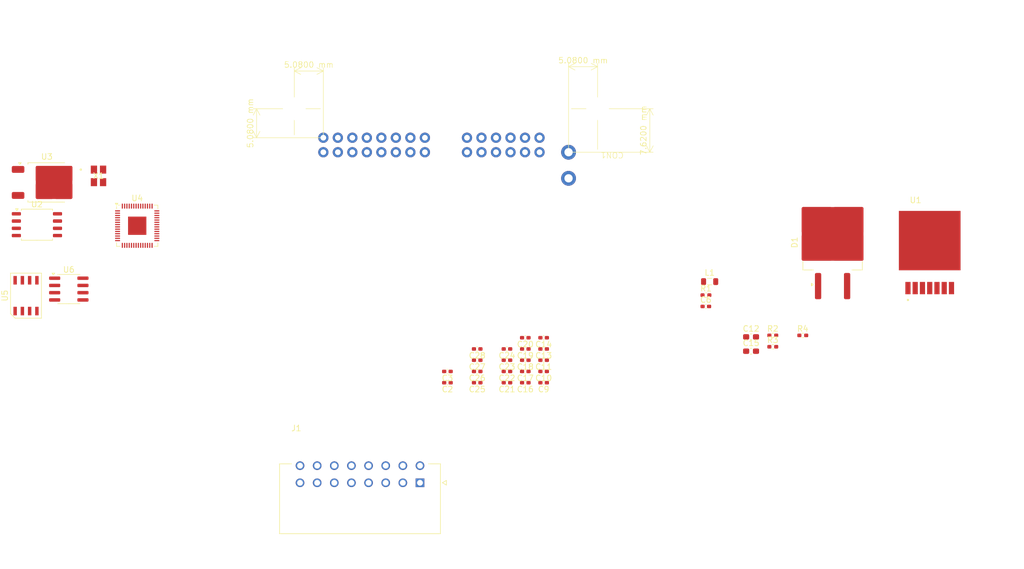
<source format=kicad_pcb>
(kicad_pcb (version 20240108) (generator "pcbnew") (generator_version "8.0")
  (layers (0 "F.Cu" signal) (31 "B.Cu" signal) (34 "B.Paste" user) (35 "F.Paste" user) (36 "B.SilkS" user "B.Silkscreen") (37 "F.SilkS" user "F.Silkscreen") (38 "B.Mask" user) (39 "F.Mask" user) (44 "Edge.Cuts" user))
  (net 0 "")
  (net 1 "SWD")
  (net 2 "DBG_UART_RX")
  (net 3 "SWCLK")
  (net 4 "DBG_UART_TX")
  (net 5 "GND")
  (net 6 "QSPI_SS")
  (net 7 "+3V3")
  (net 8 "XOUT")
  (net 9 "QSPI_SD3")
  (net 10 "+1V1")
  (net 11 "XIN")
  (net 12 "QSPI_SD1")
  (net 13 "QSPI_SD2")
  (net 14 "QSPI_SD0")
  (net 15 "QSPI_SCLK")
  (net 16 "+BATT")
  (net 17 "LIN")
  (net 18 "LIN_TXD")
  (net 19 "LIN_RXD")
  (net 20 "LIN_EN")
  (net 21 "REG_5V_FDBK")
  (net 55 "CAN_SILENT")
  (net 56 "GMLAN")
  (net 57 "CAN_TXD")
  (net 58 "CAN_RXD")
  (net 59 "Net-(C16-Pad1)")
  (net 60 "Net-(U1-SS)")
  (net 61 "REG_5V_BOOST")
  (net 62 "REG_5V_OUT")
  (net 63 "SW_INPUT")
  (net 64 "SPKR_FR-")
  (net 65 "SPKR_RL-")
  (net 66 "SPKR_RR-")
  (net 67 "SW_V_OUT")
  (net 68 "SPKR_RR+")
  (net 69 "SPKR_FR+")
  (net 70 "SPKR_FL+")
  (net 71 "SPKR_RL+")
  (net 72 "SPKR_FL-")
  (net 81 "Net-(U1-CURRENT_ADJUST)")
  (footprint "Resistor_SMD:R_0402_1005Metric_Pad0.72x0.64mm_HandSolder" (layer "F.Cu") (at 218.755 100.71)
    (property "Reference" "R2" (at 0 -1.17 0) (layer "F.SilkS"))
    (property "Value" "R")
    (fp_line (start -0.167621 -0.38) (end 0.167621 -0.38) (stroke (width 0.12)) (layer "F.SilkS"))
    (fp_line (start -0.167621 0.38) (end 0.167621 0.38) (stroke (width 0.12)) (layer "F.SilkS"))
    (pad "1" smd roundrect (at -0.5975 0) (size 0.715 0.64) (layers "F.Cu" "F.Paste" "F.Mask") (net 7 "+3V3"))
    (pad "2" smd roundrect (at 0.5975 0) (size 0.715 0.64) (layers "F.Cu" "F.Paste" "F.Mask") (net 6 "QSPI_SS"))
  )
  (footprint "Capacitor_SMD:C_0603_1608Metric_Pad1.08x0.95mm_HandSolder" (layer "F.Cu") (at 214.955 100.97)
    (property "Reference" "C12" (at 0 -1.43 0) (layer "F.SilkS"))
    (property "Value" "10u")
    (fp_line (start -0.146267 -0.51) (end 0.146267 -0.51) (stroke (width 0.12)) (layer "F.SilkS"))
    (fp_line (start -0.146267 0.51) (end 0.146267 0.51) (stroke (width 0.12)) (layer "F.SilkS"))
    (pad "1" smd roundrect (at -0.8625 0) (size 1.075 0.95) (layers "F.Cu" "F.Paste" "F.Mask") (net 21 "REG_5V_FDBK"))
    (pad "2" smd roundrect (at 0.8625 0) (size 1.075 0.95) (layers "F.Cu" "F.Paste" "F.Mask") (net 5 "GND"))
  )
  (footprint "JBennett:MOLEX_430451600" (layer "F.Cu") (at 157 126.53575)
    (property "Reference" "J1" (at -21.645 -9.555 360) (layer "F.SilkS"))
    (property "Value" "430451600")
    (fp_line (start -24.575 -3.32) (end -24.575 8.92) (stroke (width 0.127)) (layer "F.SilkS"))
    (fp_line (start -24.575 8.92) (end 3.575 8.92) (stroke (width 0.127)) (layer "F.SilkS"))
    (fp_line (start -22.5 -3.32) (end -24.575 -3.32) (stroke (width 0.127)) (layer "F.SilkS"))
    (fp_line (start 3.575 -3.32) (end 1.5 -3.32) (stroke (width 0.127)) (layer "F.SilkS"))
    (fp_line (start 3.575 8.92) (end 3.575 -3.32) (stroke (width 0.127)) (layer "F.SilkS"))
    (fp_line (start 3.92 -0.01) (end 4.62 0.39) (stroke (width 0.127)) (layer "F.SilkS"))
    (fp_line (start 4.62 -0.41) (end 3.92 -0.01) (stroke (width 0.127)) (layer "F.SilkS"))
    (fp_line (start 4.62 0.39) (end 4.62 -0.41) (stroke (width 0.127)) (layer "F.SilkS"))
    (pad "" np_thru_hole circle (at -18.85 4.32) (size 3 3) (drill 3) (layers "*.Cu" "*.Mask"))
    (pad "" np_thru_hole circle (at -2.15 4.32) (size 3 3) (drill 3) (layers "*.Cu" "*.Mask"))
    (pad "1" thru_hole rect (at 0 0) (size 1.52 1.52) (drill 1.02) (layers "*.Cu"))
    (pad "2" thru_hole circle (at -3 0) (size 1.52 1.52) (drill 1.02) (layers "*.Cu"))
    (pad "3" thru_hole circle (at -6 0) (size 1.52 1.52) (drill 1.02) (layers "*.Cu"))
    (pad "4" thru_hole circle (at -9 0) (size 1.52 1.52) (drill 1.02) (layers "*.Cu"))
    (pad "5" thru_hole circle (at -12 0) (size 1.52 1.52) (drill 1.02) (layers "*.Cu"))
    (pad "6" thru_hole circle (at -15 0) (size 1.52 1.52) (drill 1.02) (layers "*.Cu"))
    (pad "7" thru_hole circle (at -18 0) (size 1.52 1.52) (drill 1.02) (layers "*.Cu"))
    (pad "8" thru_hole circle (at -21 0) (size 1.52 1.52) (drill 1.02) (layers "*.Cu"))
    (pad "9" thru_hole circle (at 0 -3) (size 1.52 1.52) (drill 1.02) (layers "*.Cu") (net 64 "SPKR_FR-"))
    (pad "10" thru_hole circle (at -3 -3) (size 1.52 1.52) (drill 1.02) (layers "*.Cu") (net 69 "SPKR_FR+"))
    (pad "11" thru_hole circle (at -6 -3) (size 1.52 1.52) (drill 1.02) (layers "*.Cu") (net 72 "SPKR_FL-"))
    (pad "12" thru_hole circle (at -9 -3) (size 1.52 1.52) (drill 1.02) (layers "*.Cu") (net 70 "SPKR_FL+"))
    (pad "13" thru_hole circle (at -12 -3) (size 1.52 1.52) (drill 1.02) (layers "*.Cu") (net 65 "SPKR_RL-"))
    (pad "14" thru_hole circle (at -15 -3) (size 1.52 1.52) (drill 1.02) (layers "*.Cu") (net 71 "SPKR_RL+"))
    (pad "15" thru_hole circle (at -18 -3) (size 1.52 1.52) (drill 1.02) (layers "*.Cu") (net 66 "SPKR_RR-"))
    (pad "16" thru_hole circle (at -21 -3) (size 1.52 1.52) (drill 1.02) (layers "*.Cu") (net 68 "SPKR_RR+"))
  )
  (footprint "Package_TO_SOT_SMD:TO-252-2" (layer "F.Cu") (at 91.685 73.91)
    (property "Reference" "U3" (at 0 -4.5 0) (layer "F.SilkS"))
    (property "Value" "NCP1117-3.3_TO252")
    (fp_line (start -3.31 -3.45) (end -3.31 -3.18) (stroke (width 0.12)) (layer "F.SilkS"))
    (fp_line (start -3.31 3.45) (end -3.31 3.18) (stroke (width 0.12)) (layer "F.SilkS"))
    (fp_line (start 3.11 -3.45) (end -3.31 -3.45) (stroke (width 0.12)) (layer "F.SilkS"))
    (fp_line (start 3.11 3.45) (end -3.31 3.45) (stroke (width 0.12)) (layer "F.SilkS"))
    (fp_poly (pts (xy -4.73 -3.14) (xy -4.97 -3.47) (xy -4.49 -3.47) (xy -4.73 -3.14)) (stroke (width 0.12)) (fill solid) (layer "F.SilkS"))
    (pad "1" smd roundrect (at -5.04 -2.28) (size 2.2 1.2) (layers "F.Cu" "F.Paste" "F.Mask") (roundrect_rratio 0.208333) (net 5 "GND"))
    (pad "2" smd roundrect (at -0.415 -1.525) (size 3.05 2.75) (layers "F.Cu" "F.Paste") (roundrect_rratio 0.090909) (net 7 "+3V3"))
    (pad "2" smd roundrect (at -0.415 1.525) (size 3.05 2.75) (layers "F.Cu" "F.Paste") (roundrect_rratio 0.090909) (net 7 "+3V3"))
    (pad "2" smd roundrect (at 1.26 0) (size 6.4 5.8) (layers "F.Cu" "F.Mask") (roundrect_rratio 0.043103) (net 7 "+3V3"))
    (pad "2" smd roundrect (at 2.935 -1.525) (size 3.05 2.75) (layers "F.Cu" "F.Paste") (roundrect_rratio 0.090909) (net 7 "+3V3"))
    (pad "2" smd roundrect (at 2.935 1.525) (size 3.05 2.75) (layers "F.Cu" "F.Paste") (roundrect_rratio 0.090909) (net 7 "+3V3"))
    (pad "3" smd roundrect (at -5.04 2.28) (size 2.2 1.2) (layers "F.Cu" "F.Paste" "F.Mask") (roundrect_rratio 0.208333) (net 21 "REG_5V_FDBK"))
  )
  (footprint "Capacitor_SMD:C_0402_1005Metric_Pad0.74x0.62mm_HandSolder" (layer "F.Cu") (at 175.4325 105.06 180)
    (property "Reference" "C18" (at 0 -1.16 360) (layer "F.SilkS"))
    (property "Value" "100n")
    (fp_line (start -0.115835 0.36) (end 0.115835 0.36) (stroke (width 0.12)) (layer "F.SilkS"))
    (fp_line (start -0.115835 -0.36) (end 0.115835 -0.36) (stroke (width 0.12)) (layer "F.SilkS"))
    (pad "1" smd roundrect (at -0.5675 0 180) (size 0.735 0.62) (layers "F.Cu" "F.Paste" "F.Mask") (net 7 "+3V3"))
    (pad "2" smd roundrect (at 0.5675 0 180) (size 0.735 0.62) (layers "F.Cu" "F.Paste" "F.Mask") (net 5 "GND"))
  )
  (footprint "Capacitor_SMD:C_0402_1005Metric_Pad0.74x0.62mm_HandSolder" (layer "F.Cu") (at 175.4325 109 180)
    (property "Reference" "C16" (at 0 -1.16 360) (layer "F.SilkS"))
    (property "Value" "15p")
    (fp_line (start -0.115835 0.36) (end 0.115835 0.36) (stroke (width 0.12)) (layer "F.SilkS"))
    (fp_line (start -0.115835 -0.36) (end 0.115835 -0.36) (stroke (width 0.12)) (layer "F.SilkS"))
    (pad "1" smd roundrect (at -0.5675 0 180) (size 0.735 0.62) (layers "F.Cu" "F.Paste" "F.Mask") (net 59 "Net-(C16-Pad1)"))
    (pad "2" smd roundrect (at 0.5675 0 180) (size 0.735 0.62) (layers "F.Cu" "F.Paste" "F.Mask") (net 5 "GND"))
  )
  (footprint "Local:ABM8-272-T3_ABR" (layer "F.Cu") (at 100.7248 72.7642)
    (property "Reference" "X1" (at 0 0 0) (layer "F.SilkS"))
    (property "Value" "ABM8-272-T3")
    (fp_circle (center -3.1016 -1.1) (end -2.9746 -1.1) (stroke (width 0.1524)) (fill none) (layer "F.SilkS"))
    (pad "1" smd rect (at -0.800001 -1.1) (size 1.1 1.4) (layers "F.Cu" "F.Paste" "F.Mask") (net 11 "XIN"))
    (pad "2" smd rect (at -0.800001 1.1) (size 1.1 1.4) (layers "F.Cu" "F.Paste" "F.Mask") (net 5 "GND"))
    (pad "3" smd rect (at 0.800001 1.1) (size 1.1 1.4) (layers "F.Cu" "F.Paste" "F.Mask") (net 59 "Net-(C16-Pad1)"))
    (pad "4" smd rect (at 0.800001 -1.1) (size 1.1 1.4) (layers "F.Cu" "F.Paste" "F.Mask") (net 5 "GND"))
  )
  (footprint "Capacitor_SMD:C_0402_1005Metric_Pad0.74x0.62mm_HandSolder" (layer "F.Cu") (at 161.8025 109 180)
    (property "Reference" "C2" (at 0 -1.16 360) (layer "F.SilkS"))
    (property "Value" "1n")
    (fp_line (start -0.115835 0.36) (end 0.115835 0.36) (stroke (width 0.12)) (layer "F.SilkS"))
    (fp_line (start -0.115835 -0.36) (end 0.115835 -0.36) (stroke (width 0.12)) (layer "F.SilkS"))
    (pad "1" smd roundrect (at -0.5675 0 180) (size 0.735 0.62) (layers "F.Cu" "F.Paste" "F.Mask") (net 60 "Net-(U1-SS)"))
    (pad "2" smd roundrect (at 0.5675 0 180) (size 0.735 0.62) (layers "F.Cu" "F.Paste" "F.Mask") (net 5 "GND"))
  )
  (footprint "Capacitor_SMD:C_0402_1005Metric_Pad0.74x0.62mm_HandSolder" (layer "F.Cu") (at 167.0125 103.09 180)
    (property "Reference" "C28" (at 0 -1.16 360) (layer "F.SilkS"))
    (property "Value" "1u")
    (fp_line (start -0.115835 0.36) (end 0.115835 0.36) (stroke (width 0.12)) (layer "F.SilkS"))
    (fp_line (start -0.115835 -0.36) (end 0.115835 -0.36) (stroke (width 0.12)) (layer "F.SilkS"))
    (pad "1" smd roundrect (at -0.5675 0 180) (size 0.735 0.62) (layers "F.Cu" "F.Paste" "F.Mask") (net 7 "+3V3"))
    (pad "2" smd roundrect (at 0.5675 0 180) (size 0.735 0.62) (layers "F.Cu" "F.Paste" "F.Mask") (net 5 "GND"))
  )
  (footprint "Capacitor_SMD:C_0603_1608Metric_Pad1.08x0.95mm_HandSolder" (layer "F.Cu") (at 214.955 103.48)
    (property "Reference" "C15" (at 0 -1.43 0) (layer "F.SilkS"))
    (property "Value" "10u")
    (fp_line (start -0.146267 -0.51) (end 0.146267 -0.51) (stroke (width 0.12)) (layer "F.SilkS"))
    (fp_line (start -0.146267 0.51) (end 0.146267 0.51) (stroke (width 0.12)) (layer "F.SilkS"))
    (pad "1" smd roundrect (at -0.8625 0) (size 1.075 0.95) (layers "F.Cu" "F.Paste" "F.Mask") (net 7 "+3V3"))
    (pad "2" smd roundrect (at 0.8625 0) (size 1.075 0.95) (layers "F.Cu" "F.Paste" "F.Mask") (net 5 "GND"))
  )
  (footprint "Capacitor_SMD:C_0402_1005Metric_Pad0.74x0.62mm_HandSolder" (layer "F.Cu") (at 172.2225 107.03 180)
    (property "Reference" "C22" (at 0 -1.16 360) (layer "F.SilkS"))
    (property "Value" "100n")
    (fp_line (start -0.115835 0.36) (end 0.115835 0.36) (stroke (width 0.12)) (layer "F.SilkS"))
    (fp_line (start -0.115835 -0.36) (end 0.115835 -0.36) (stroke (width 0.12)) (layer "F.SilkS"))
    (pad "1" smd roundrect (at -0.5675 0 180) (size 0.735 0.62) (layers "F.Cu" "F.Paste" "F.Mask") (net 7 "+3V3"))
    (pad "2" smd roundrect (at 0.5675 0 180) (size 0.735 0.62) (layers "F.Cu" "F.Paste" "F.Mask") (net 5 "GND"))
  )
  (footprint "Capacitor_SMD:C_0402_1005Metric_Pad0.74x0.62mm_HandSolder" (layer "F.Cu") (at 172.2225 105.06 180)
    (property "Reference" "C23" (at 0 -1.16 360) (layer "F.SilkS"))
    (property "Value" "100n")
    (fp_line (start -0.115835 0.36) (end 0.115835 0.36) (stroke (width 0.12)) (layer "F.SilkS"))
    (fp_line (start -0.115835 -0.36) (end 0.115835 -0.36) (stroke (width 0.12)) (layer "F.SilkS"))
    (pad "1" smd roundrect (at -0.5675 0 180) (size 0.735 0.62) (layers "F.Cu" "F.Paste" "F.Mask") (net 7 "+3V3"))
    (pad "2" smd roundrect (at 0.5675 0 180) (size 0.735 0.62) (layers "F.Cu" "F.Paste" "F.Mask") (net 5 "GND"))
  )
  (footprint "Capacitor_SMD:C_0402_1005Metric_Pad0.74x0.62mm_HandSolder" (layer "F.Cu") (at 178.6425 109 180)
    (property "Reference" "C9" (at 0 -1.16 360) (layer "F.SilkS"))
    (property "Value" "100n")
    (fp_line (start -0.115835 0.36) (end 0.115835 0.36) (stroke (width 0.12)) (layer "F.SilkS"))
    (fp_line (start -0.115835 -0.36) (end 0.115835 -0.36) (stroke (width 0.12)) (layer "F.SilkS"))
    (pad "1" smd roundrect (at -0.5675 0 180) (size 0.735 0.62) (layers "F.Cu" "F.Paste" "F.Mask") (net 10 "+1V1"))
    (pad "2" smd roundrect (at 0.5675 0 180) (size 0.735 0.62) (layers "F.Cu" "F.Paste" "F.Mask") (net 5 "GND"))
  )
  (footprint "Package_DFN_QFN:QFN-56-1EP_7x7mm_P0.4mm_EP3.2x3.2mm" (layer "F.Cu") (at 107.5 81.5)
    (property "Reference" "U4" (at 0 -4.83 0) (layer "F.SilkS"))
    (property "Value" "RP2040")
    (fp_line (start -3.61 -2.96) (end -3.61 -3.37) (stroke (width 0.12)) (layer "F.SilkS"))
    (fp_line (start -3.61 3.61) (end -3.61 2.96) (stroke (width 0.12)) (layer "F.SilkS"))
    (fp_line (start -2.96 -3.61) (end -3.31 -3.61) (stroke (width 0.12)) (layer "F.SilkS"))
    (fp_line (start -2.96 3.61) (end -3.61 3.61) (stroke (width 0.12)) (layer "F.SilkS"))
    (fp_line (start 2.96 -3.61) (end 3.61 -3.61) (stroke (width 0.12)) (layer "F.SilkS"))
    (fp_line (start 2.96 3.61) (end 3.61 3.61) (stroke (width 0.12)) (layer "F.SilkS"))
    (fp_line (start 3.61 -3.61) (end 3.61 -2.96) (stroke (width 0.12)) (layer "F.SilkS"))
    (fp_line (start 3.61 3.61) (end 3.61 2.96) (stroke (width 0.12)) (layer "F.SilkS"))
    (fp_poly (pts (xy -3.61 -3.61) (xy -3.85 -3.94) (xy -3.37 -3.94) (xy -3.61 -3.61)) (stroke (width 0.12)) (fill solid) (layer "F.SilkS"))
    (pad "1" smd roundrect (at -3.4375 -2.6) (size 0.875 0.2) (layers "F.Cu" "F.Paste" "F.Mask") (net 7 "+3V3"))
    (pad "2" smd roundrect (at -3.4375 -2.2) (size 0.875 0.2) (layers "F.Cu" "F.Paste" "F.Mask") (net 4 "DBG_UART_TX"))
    (pad "3" smd roundrect (at -3.4375 -1.8) (size 0.875 0.2) (layers "F.Cu" "F.Paste" "F.Mask") (net 2 "DBG_UART_RX"))
    (pad "4" smd roundrect (at -3.4375 -1.4) (size 0.875 0.2) (layers "F.Cu" "F.Paste" "F.Mask"))
    (pad "5" smd roundrect (at -3.4375 -1) (size 0.875 0.2) (layers "F.Cu" "F.Paste" "F.Mask"))
    (pad "6" smd roundrect (at -3.4375 -0.6) (size 0.875 0.2) (layers "F.Cu" "F.Paste" "F.Mask"))
    (pad "7" smd roundrect (at -3.4375 -0.2) (size 0.875 0.2) (layers "F.Cu" "F.Paste" "F.Mask"))
    (pad "8" smd roundrect (at -3.4375 0.2) (size 0.875 0.2) (layers "F.Cu" "F.Paste" "F.Mask"))
    (pad "9" smd roundrect (at -3.4375 0.6) (size 0.875 0.2) (layers "F.Cu" "F.Paste" "F.Mask"))
    (pad "10" smd roundrect (at -3.4375 1) (size 0.875 0.2) (layers "F.Cu" "F.Paste" "F.Mask") (net 7 "+3V3"))
    (pad "11" smd roundrect (at -3.4375 1.4) (size 0.875 0.2) (layers "F.Cu" "F.Paste" "F.Mask"))
    (pad "12" smd roundrect (at -3.4375 1.8) (size 0.875 0.2) (layers "F.Cu" "F.Paste" "F.Mask"))
    (pad "13" smd roundrect (at -3.4375 2.2) (size 0.875 0.2) (layers "F.Cu" "F.Paste" "F.Mask"))
    (pad "14" smd roundrect (at -3.4375 2.6) (size 0.875 0.2) (layers "F.Cu" "F.Paste" "F.Mask"))
    (pad "15" smd roundrect (at -2.6 3.4375) (size 0.2 0.875) (layers "F.Cu" "F.Paste" "F.Mask"))
    (pad "16" smd roundrect (at -2.2 3.4375) (size 0.2 0.875) (layers "F.Cu" "F.Paste" "F.Mask"))
    (pad "17" smd roundrect (at -1.8 3.4375) (size 0.2 0.875) (layers "F.Cu" "F.Paste" "F.Mask"))
    (pad "18" smd roundrect (at -1.4 3.4375) (size 0.2 0.875) (layers "F.Cu" "F.Paste" "F.Mask"))
    (pad "19" smd roundrect (at -1 3.4375) (size 0.2 0.875) (layers "F.Cu" "F.Paste" "F.Mask") (net 5 "GND"))
    (pad "20" smd roundrect (at -0.6 3.4375) (size 0.2 0.875) (layers "F.Cu" "F.Paste" "F.Mask") (net 11 "XIN"))
    (pad "21" smd roundrect (at -0.2 3.4375) (size 0.2 0.875) (layers "F.Cu" "F.Paste" "F.Mask") (net 8 "XOUT"))
    (pad "22" smd roundrect (at 0.2 3.4375) (size 0.2 0.875) (layers "F.Cu" "F.Paste" "F.Mask") (net 7 "+3V3"))
    (pad "23" smd roundrect (at 0.6 3.4375) (size 0.2 0.875) (layers "F.Cu" "F.Paste" "F.Mask") (net 10 "+1V1"))
    (pad "24" smd roundrect (at 1 3.4375) (size 0.2 0.875) (layers "F.Cu" "F.Paste" "F.Mask") (net 3 "SWCLK"))
    (pad "25" smd roundrect (at 1.4 3.4375) (size 0.2 0.875) (layers "F.Cu" "F.Paste" "F.Mask") (net 1 "SWD"))
    (pad "26" smd roundrect (at 1.8 3.4375) (size 0.2 0.875) (layers "F.Cu" "F.Paste" "F.Mask"))
    (pad "27" smd roundrect (at 2.2 3.4375) (size 0.2 0.875) (layers "F.Cu" "F.Paste" "F.Mask"))
    (pad "28" smd roundrect (at 2.6 3.4375) (size 0.2 0.875) (layers "F.Cu" "F.Paste" "F.Mask"))
    (pad "29" smd roundrect (at 3.4375 2.6) (size 0.875 0.2) (layers "F.Cu" "F.Paste" "F.Mask"))
    (pad "30" smd roundrect (at 3.4375 2.2) (size 0.875 0.2) (layers "F.Cu" "F.Paste" "F.Mask"))
    (pad "31" smd roundrect (at 3.4375 1.8) (size 0.875 0.2) (layers "F.Cu" "F.Paste" "F.Mask"))
    (pad "32" smd roundrect (at 3.4375 1.4) (size 0.875 0.2) (layers "F.Cu" "F.Paste" "F.Mask"))
    (pad "33" smd roundrect (at 3.4375 1) (size 0.875 0.2) (layers "F.Cu" "F.Paste" "F.Mask") (net 7 "+3V3"))
    (pad "34" smd roundrect (at 3.4375 0.6) (size 0.875 0.2) (layers "F.Cu" "F.Paste" "F.Mask"))
    (pad "35" smd roundrect (at 3.4375 0.2) (size 0.875 0.2) (layers "F.Cu" "F.Paste" "F.Mask"))
    (pad "36" smd roundrect (at 3.4375 -0.2) (size 0.875 0.2) (layers "F.Cu" "F.Paste" "F.Mask"))
    (pad "37" smd roundrect (at 3.4375 -0.6) (size 0.875 0.2) (layers "F.Cu" "F.Paste" "F.Mask"))
    (pad "38" smd roundrect (at 3.4375 -1) (size 0.875 0.2) (layers "F.Cu" "F.Paste" "F.Mask"))
    (pad "39" smd roundrect (at 3.4375 -1.4) (size 0.875 0.2) (layers "F.Cu" "F.Paste" "F.Mask"))
    (pad "40" smd roundrect (at 3.4375 -1.8) (size 0.875 0.2) (layers "F.Cu" "F.Paste" "F.Mask"))
    (pad "41" smd roundrect (at 3.4375 -2.2) (size 0.875 0.2) (layers "F.Cu" "F.Paste" "F.Mask"))
    (pad "42" smd roundrect (at 3.4375 -2.6) (size 0.875 0.2) (layers "F.Cu" "F.Paste" "F.Mask") (net 7 "+3V3"))
    (pad "43" smd roundrect (at 2.6 -3.4375) (size 0.2 0.875) (layers "F.Cu" "F.Paste" "F.Mask") (net 7 "+3V3"))
    (pad "44" smd roundrect (at 2.2 -3.4375) (size 0.2 0.875) (layers "F.Cu" "F.Paste" "F.Mask") (net 7 "+3V3"))
    (pad "45" smd roundrect (at 1.8 -3.4375) (size 0.2 0.875) (layers "F.Cu" "F.Paste" "F.Mask") (net 10 "+1V1"))
    (pad "46" smd roundrect (at 1.4 -3.4375) (size 0.2 0.875) (layers "F.Cu" "F.Paste" "F.Mask"))
    (pad "47" smd roundrect (at 1 -3.4375) (size 0.2 0.875) (layers "F.Cu" "F.Paste" "F.Mask"))
    (pad "48" smd roundrect (at 0.6 -3.4375) (size 0.2 0.875) (layers "F.Cu" "F.Paste" "F.Mask") (net 7 "+3V3"))
    (pad "49" smd roundrect (at 0.2 -3.4375) (size 0.2 0.875) (layers "F.Cu" "F.Paste" "F.Mask") (net 7 "+3V3"))
    (pad "50" smd roundrect (at -0.2 -3.4375) (size 0.2 0.875) (layers "F.Cu" "F.Paste" "F.Mask") (net 10 "+1V1"))
    (pad "51" smd roundrect (at -0.6 -3.4375) (size 0.2 0.875) (layers "F.Cu" "F.Paste" "F.Mask") (net 9 "QSPI_SD3"))
    (pad "52" smd roundrect (at -1 -3.4375) (size 0.2 0.875) (layers "F.Cu" "F.Paste" "F.Mask") (net 15 "QSPI_SCLK"))
    (pad "53" smd roundrect (at -1.4 -3.4375) (size 0.2 0.875) (layers "F.Cu" "F.Paste" "F.Mask") (net 14 "QSPI_SD0"))
    (pad "54" smd roundrect (at -1.8 -3.4375) (size 0.2 0.875) (layers "F.Cu" "F.Paste" "F.Mask") (net 13 "QSPI_SD2"))
    (pad "55" smd roundrect (at -2.2 -3.4375) (size 0.2 0.875) (layers "F.Cu" "F.Paste" "F.Mask") (net 12 "QSPI_SD1"))
    (pad "56" smd roundrect (at -2.6 -3.4375) (size 0.2 0.875) (layers "F.Cu" "F.Paste" "F.Mask") (net 6 "QSPI_SS"))
    (pad "57" smd rect (at 0 0) (size 3.2 3.2) (property pad_prop_heatsink) (layers "F.Cu" "F.Mask") (net 5 "GND"))
  )
  (footprint "Capacitor_SMD:C_0402_1005Metric_Pad0.74x0.62mm_HandSolder" (layer "F.Cu") (at 167.0125 107.03 180)
    (property "Reference" "C26" (at 0 -1.16 360) (layer "F.SilkS"))
    (property "Value" "220p")
    (fp_line (start -0.115835 0.36) (end 0.115835 0.36) (stroke (width 0.12)) (layer "F.SilkS"))
    (fp_line (start -0.115835 -0.36) (end 0.115835 -0.36) (stroke (width 0.12)) (layer "F.SilkS"))
    (pad "1" smd roundrect (at -0.5675 0 180) (size 0.735 0.62) (layers "F.Cu" "F.Paste" "F.Mask") (net 17 "LIN"))
    (pad "2" smd roundrect (at 0.5675 0 180) (size 0.735 0.62) (layers "F.Cu" "F.Paste" "F.Mask") (net 5 "GND"))
  )
  (footprint "Local:SOIC-8" (layer "F.Cu") (at 88.035 93.75)
    (property "Reference" "U5" (at -3.705 0 90) (layer "F.SilkS"))
    (property "Value" "TLIN1027")
    (fp_line (start -2.705 -3.95) (end 2.705 -3.95) (stroke (width 0.12)) (layer "F.SilkS"))
    (fp_line (start -2.705 3.15) (end -2.705 -3.95) (stroke (width 0.12)) (layer "F.SilkS"))
    (fp_line (start -1.905 3.95) (end -2.705 3.15) (stroke (width 0.12)) (layer "F.SilkS"))
    (fp_line (start 2.705 -3.95) (end 2.705 3.95) (stroke (width 0.12)) (layer "F.SilkS"))
    (fp_line (start 2.705 3.95) (end -1.905 3.95) (stroke (width 0.12)) (layer "F.SilkS"))
    (pad "1" smd rect (at -1.905 2.7) (size 0.6 1.5) (layers "F.Cu" "F.Paste" "F.Mask") (net 19 "LIN_RXD"))
    (pad "2" smd rect (at -0.635 2.7) (size 0.6 1.5) (layers "F.Cu" "F.Paste" "F.Mask") (net 20 "LIN_EN"))
    (pad "3" smd rect (at 0.635 2.7) (size 0.6 1.5) (layers "F.Cu" "F.Paste" "F.Mask"))
    (pad "4" smd rect (at 1.905 2.7) (size 0.6 1.5) (layers "F.Cu" "F.Paste" "F.Mask") (net 18 "LIN_TXD"))
    (pad "5" smd rect (at 1.905 -2.7) (size 0.6 1.5) (layers "F.Cu" "F.Paste" "F.Mask") (net 5 "GND"))
    (pad "6" smd rect (at 0.635 -2.7) (size 0.6 1.5) (layers "F.Cu" "F.Paste" "F.Mask") (net 17 "LIN"))
    (pad "7" smd rect (at -0.635 -2.7) (size 0.6 1.5) (layers "F.Cu" "F.Paste" "F.Mask") (net 16 "+BATT"))
    (pad "8" smd rect (at -1.905 -2.7) (size 0.6 1.5) (layers "F.Cu" "F.Paste" "F.Mask"))
  )
  (footprint "Capacitor_SMD:C_0402_1005Metric_Pad0.74x0.62mm_HandSolder" (layer "F.Cu") (at 172.2225 103.09 180)
    (property "Reference" "C24" (at 0 -1.16 360) (layer "F.SilkS"))
    (property "Value" "1u")
    (fp_line (start -0.115835 0.36) (end 0.115835 0.36) (stroke (width 0.12)) (layer "F.SilkS"))
    (fp_line (start -0.115835 -0.36) (end 0.115835 -0.36) (stroke (width 0.12)) (layer "F.SilkS"))
    (pad "1" smd roundrect (at -0.5675 0 180) (size 0.735 0.62) (layers "F.Cu" "F.Paste" "F.Mask") (net 7 "+3V3"))
    (pad "2" smd roundrect (at 0.5675 0 180) (size 0.735 0.62) (layers "F.Cu" "F.Paste" "F.Mask") (net 5 "GND"))
  )
  (footprint "Package_SO:SOIC-8_3.9x4.9mm_P1.27mm" (layer "F.Cu") (at 95.525 92.595)
    (property "Reference" "U6" (at 0 -3.4 0) (layer "F.SilkS"))
    (property "Value" "TJA1051T-3")
    (fp_line (start 0 -2.56) (end -1.95 -2.56) (stroke (width 0.12)) (layer "F.SilkS"))
    (fp_line (start 0 -2.56) (end 1.95 -2.56) (stroke (width 0.12)) (layer "F.SilkS"))
    (fp_line (start 0 2.56) (end -1.95 2.56) (stroke (width 0.12)) (layer "F.SilkS"))
    (fp_line (start 0 2.56) (end 1.95 2.56) (stroke (width 0.12)) (layer "F.SilkS"))
    (fp_poly (pts (xy -2.7 -2.465) (xy -2.94 -2.795) (xy -2.46 -2.795) (xy -2.7 -2.465)) (stroke (width 0.12)) (fill solid) (layer "F.SilkS"))
    (pad "1" smd roundrect (at -2.475 -1.905) (size 1.95 0.6) (layers "F.Cu" "F.Paste" "F.Mask") (net 57 "CAN_TXD"))
    (pad "2" smd roundrect (at -2.475 -0.635) (size 1.95 0.6) (layers "F.Cu" "F.Paste" "F.Mask") (net 5 "GND"))
    (pad "3" smd roundrect (at -2.475 0.635) (size 1.95 0.6) (layers "F.Cu" "F.Paste" "F.Mask") (net 21 "REG_5V_FDBK"))
    (pad "4" smd roundrect (at -2.475 1.905) (size 1.95 0.6) (layers "F.Cu" "F.Paste" "F.Mask") (net 58 "CAN_RXD"))
    (pad "5" smd roundrect (at 2.475 1.905) (size 1.95 0.6) (layers "F.Cu" "F.Paste" "F.Mask") (net 7 "+3V3"))
    (pad "6" smd roundrect (at 2.475 0.635) (size 1.95 0.6) (layers "F.Cu" "F.Paste" "F.Mask") (net 5 "GND"))
    (pad "7" smd roundrect (at 2.475 -0.635) (size 1.95 0.6) (layers "F.Cu" "F.Paste" "F.Mask") (net 56 "GMLAN"))
    (pad "8" smd roundrect (at 2.475 -1.905) (size 1.95 0.6) (layers "F.Cu" "F.Paste" "F.Mask") (net 55 "CAN_SILENT"))
  )
  (footprint "Capacitor_SMD:C_0402_1005Metric_Pad0.74x0.62mm_HandSolder" (layer "F.Cu") (at 175.4325 103.09 180)
    (property "Reference" "C19" (at 0 -1.16 360) (layer "F.SilkS"))
    (property "Value" "100n")
    (fp_line (start -0.115835 0.36) (end 0.115835 0.36) (stroke (width 0.12)) (layer "F.SilkS"))
    (fp_line (start -0.115835 -0.36) (end 0.115835 -0.36) (stroke (width 0.12)) (layer "F.SilkS"))
    (pad "1" smd roundrect (at -0.5675 0 180) (size 0.735 0.62) (layers "F.Cu" "F.Paste" "F.Mask") (net 7 "+3V3"))
    (pad "2" smd roundrect (at 0.5675 0 180) (size 0.735 0.62) (layers "F.Cu" "F.Paste" "F.Mask") (net 5 "GND"))
  )
  (footprint "Capacitor_SMD:C_0402_1005Metric_Pad0.74x0.62mm_HandSolder" (layer "F.Cu") (at 175.4325 101.12 180)
    (property "Reference" "C20" (at 0 -1.16 360) (layer "F.SilkS"))
    (property "Value" "100n")
    (fp_line (start -0.115835 0.36) (end 0.115835 0.36) (stroke (width 0.12)) (layer "F.SilkS"))
    (fp_line (start -0.115835 -0.36) (end 0.115835 -0.36) (stroke (width 0.12)) (layer "F.SilkS"))
    (pad "1" smd roundrect (at -0.5675 0 180) (size 0.735 0.62) (layers "F.Cu" "F.Paste" "F.Mask") (net 7 "+3V3"))
    (pad "2" smd roundrect (at 0.5675 0 180) (size 0.735 0.62) (layers "F.Cu" "F.Paste" "F.Mask") (net 5 "GND"))
  )
  (footprint "Resistor_SMD:R_0402_1005Metric_Pad0.72x0.64mm_HandSolder" (layer "F.Cu") (at 224.005 100.71)
    (property "Reference" "R4" (at 0 -1.17 0) (layer "F.SilkS"))
    (property "Value" "4k7")
    (fp_line (start -0.167621 -0.38) (end 0.167621 -0.38) (stroke (width 0.12)) (layer "F.SilkS"))
    (fp_line (start -0.167621 0.38) (end 0.167621 0.38) (stroke (width 0.12)) (layer "F.SilkS"))
    (pad "1" smd roundrect (at -0.5975 0) (size 0.715 0.64) (layers "F.Cu" "F.Paste" "F.Mask") (net 7 "+3V3"))
    (pad "2" smd roundrect (at 0.5975 0) (size 0.715 0.64) (layers "F.Cu" "F.Paste" "F.Mask") (net 19 "LIN_RXD"))
  )
  (footprint "JBennett:VREG_LM2679SX-5.0_NOPB" (layer "F.Cu") (at 246.225 86.2025)
    (property "Reference" "U1" (at -2.475 -9.1875 0) (layer "F.SilkS"))
    (property "Value" "LM2679SX-5.0_NOPB")
    (fp_circle (center -3.81 8.3025) (end -3.71 8.3025) (stroke (width 0.2)) (fill none) (layer "F.SilkS"))
    (pad "1" smd rect (at -3.81 6.2225) (size 0.91 2.16) (layers "F.Cu" "F.Paste" "F.Mask") (net 62 "REG_5V_OUT"))
    (pad "2" smd rect (at -2.54 6.2225) (size 0.91 2.16) (layers "F.Cu" "F.Paste" "F.Mask") (net 16 "+BATT"))
    (pad "3" smd rect (at -1.27 6.2225) (size 0.91 2.16) (layers "F.Cu" "F.Paste" "F.Mask") (net 21 "REG_5V_FDBK"))
    (pad "4" smd rect (at 0 6.2225) (size 0.91 2.16) (layers "F.Cu" "F.Paste" "F.Mask") (net 5 "GND"))
    (pad "5" smd rect (at 1.27 6.2225) (size 0.91 2.16) (layers "F.Cu" "F.Paste" "F.Mask") (net 81 "Net-(U1-CURRENT_ADJUST)"))
    (pad "6" smd rect (at 2.54 6.2225) (size 0.91 2.16) (layers "F.Cu" "F.Paste" "F.Mask") (net 21 "REG_5V_FDBK"))
    (pad "7" smd rect (at 3.81 6.2225) (size 0.91 2.16) (layers "F.Cu" "F.Paste" "F.Mask") (net 60 "Net-(U1-SS)"))
    (pad "8" smd rect (at 0 -2.0975) (size 10.8 10.41) (layers "F.Cu" "F.Mask") (net 5 "GND"))
  )
  (footprint "Resistor_SMD:R_0402_1005Metric_Pad0.72x0.64mm_HandSolder" (layer "F.Cu") (at 218.755 102.7)
    (property "Reference" "R3" (at 0 -1.17 0) (layer "F.SilkS"))
    (property "Value" "1k")
    (fp_line (start -0.167621 -0.38) (end 0.167621 -0.38) (stroke (width 0.12)) (layer "F.SilkS"))
    (fp_line (start -0.167621 0.38) (end 0.167621 0.38) (stroke (width 0.12)) (layer "F.SilkS"))
    (pad "1" smd roundrect (at -0.5975 0) (size 0.715 0.64) (layers "F.Cu" "F.Paste" "F.Mask") (net 59 "Net-(C16-Pad1)"))
    (pad "2" smd roundrect (at 0.5975 0) (size 0.715 0.64) (layers "F.Cu" "F.Paste" "F.Mask") (net 8 "XOUT"))
  )
  (footprint "OEM Components:Connector Body Harness" (layer "F.Cu") (at 161.162 67.35 180)
    (property "Reference" "CON1" (at -29.464 -1.77 180) (layer "F.SilkS") (effects (font (thickness 0.1))))
    (property "Value" "~")
    (dimension (type aligned) (layer "F.SilkS") (pts (xy 183.006 68.62) (xy 183.006 61)) (height 14.224) (gr_text "7.6200 mm" (at 196.13 64.81 90) (layer "F.SilkS") (effects (font (size 1 1) (thickness 0.1)))) (format (prefix "") (suffix "") (units 3) (units_format 1) (precision 4)) (style (thickness 0.1) (arrow_length 1.27) (text_position_mode 0) (extension_height 0.58642) (extension_offset 0.5) keep_text_aligned))
    (dimension (type aligned) (layer "F.SilkS") (pts (xy 183.006 68.62) (xy 188.086 68.62)) (height -14.986) (gr_text "5.0800 mm" (at 185.546 52.534 0) (layer "F.SilkS") (effects (font (size 1 1) (thickness 0.1)))) (format (prefix "") (suffix "") (units 3) (units_format 1) (precision 4)) (style (thickness 0.1) (arrow_length 1.27) (text_position_mode 0) (extension_height 0.58642) (extension_offset 0.5) keep_text_aligned))
    (dimension (type aligned) (layer "F.SilkS") (pts (xy 140.08 66.08) (xy 135 66.08)) (height 11.684) (gr_text "5.0800 mm" (at 137.54 53.296 0) (layer "F.SilkS") (effects (font (size 1 1) (thickness 0.1)))) (format (prefix "") (suffix "") (units 3) (units_format 1) (precision 4)) (style (thickness 0.1) (arrow_length 1.27) (text_position_mode 0) (extension_height 0.58642) (extension_offset 0.5) keep_text_aligned))
    (dimension (type aligned) (layer "F.SilkS") (pts (xy 140.08 66.08) (xy 140.08 61)) (height -11.684) (gr_text "5.0800 mm" (at 127.296 63.54 90) (layer "F.SilkS") (effects (font (size 1 1) (thickness 0.1)))) (format (prefix "") (suffix "") (units 3) (units_format 1) (precision 4)) (style (thickness 0.1) (arrow_length 1.27) (text_position_mode 0) (extension_height 0.58642) (extension_offset 0.5) keep_text_aligned))
    (pad "" np_thru_hole circle (at -26.924 6.35 180) (size 4 4) (drill 4) (layers "F&B.Cu" "*.Mask"))
    (pad "" np_thru_hole circle (at 26.162 6.35 180) (size 4 4) (drill 4) (layers "F&B.Cu" "*.Mask"))
    (pad "X1.1" thru_hole circle (at -21.844 -5.842 180) (size 2.6 2.6) (drill 1.45) (layers "*.Cu" "*.Mask") (net 16 "+BATT"))
    (pad "X1.2" thru_hole circle (at -16.764 -1.27 180) (size 1.8 1.8) (drill 1) (layers "*.Cu" "*.Mask"))
    (pad "X1.3" thru_hole circle (at -14.224 -1.27 180) (size 1.8 1.8) (drill 1) (layers "*.Cu" "*.Mask"))
    (pad "X1.4" thru_hole circle (at -11.684 -1.27 180) (size 1.8 1.8) (drill 1) (layers "*.Cu" "*.Mask") (net 64 "SPKR_FR-"))
    (pad "X1.5" thru_hole circle (at -9.144 -1.27 180) (size 1.8 1.8) (drill 1) (layers "*.Cu" "*.Mask") (net 69 "SPKR_FR+"))
    (pad "X1.6" thru_hole circle (at -6.604 -1.27 180) (size 1.8 1.8) (drill 1) (layers "*.Cu" "*.Mask") (net 72 "SPKR_FL-"))
    (pad "X1.7" thru_hole circle (at -4.064 -1.27 180) (size 1.8 1.8) (drill 1) (layers "*.Cu" "*.Mask") (net 70 "SPKR_FL+"))
    (pad "X1.8" thru_hole circle (at -21.844 -1.27 180) (size 2.6 2.6) (drill 1.45) (layers "*.Cu" "*.Mask") (net 5 "GND"))
    (pad "X1.9" thru_hole circle (at -16.764 1.27 180) (size 1.8 1.8) (drill 1) (layers "*.Cu" "*.Mask") (net 56 "GMLAN"))
    (pad "X1.10" thru_hole circle (at -14.224 1.27 180) (size 1.8 1.8) (drill 1) (layers "*.Cu" "*.Mask") (net 56 "GMLAN"))
    (pad "X1.11" thru_hole circle (at -11.684 1.27 180) (size 1.8 1.8) (drill 1) (layers "*.Cu" "*.Mask") (net 63 "SW_INPUT"))
    (pad "X1.12" thru_hole circle (at -9.144 1.27 180) (size 1.8 1.8) (drill 1) (layers "*.Cu" "*.Mask"))
    (pad "X1.13" thru_hole circle (at -6.604 1.27 180) (size 1.8 1.8) (drill 1) (layers "*.Cu" "*.Mask"))
    (pad "X1.14" thru_hole circle (at -4.064 1.27 180) (size 1.8 1.8) (drill 1) (layers "*.Cu" "*.Mask"))
    (pad "X2.1" thru_hole circle (at 3.302 -1.27 180) (size 1.8 1.8) (drill 1) (layers "*.Cu" "*.Mask"))
    (pad "X2.2" thru_hole circle (at 5.842 -1.27 180) (size 1.8 1.8) (drill 1) (layers "*.Cu" "*.Mask"))
    (pad "X2.3" thru_hole circle (at 8.382 -1.27 180) (size 1.8 1.8) (drill 1) (layers "*.Cu" "*.Mask"))
    (pad "X2.4" thru_hole circle (at 10.922 -1.27 180) (size 1.8 1.8) (drill 1) (layers "*.Cu" "*.Mask") (net 68 "SPKR_RR+"))
    (pad "X2.5" thru_hole circle (at 13.462 -1.27 180) (size 1.8 1.8) (drill 1) (layers "*.Cu" "*.Mask") (net 66 "SPKR_RR-"))
    (pad "X2.6" thru_hole circle (at 16.002 -1.27 180) (size 1.8 1.8) (drill 1) (layers "*.Cu" "*.Mask") (net 71 "SPKR_RL+"))
    (pad "X2.7" thru_hole circle (at 18.542 -1.27 180) (size 1.8 1.8) (drill 1) (layers "*.Cu" "*.Mask") (net 65 "SPKR_RL-"))
    (pad "X2.8" thru_hole circle (at 21.082 -1.27 180) (size 1.8 1.8) (drill 1) (layers "*.Cu" "*.Mask"))
    (pad "X2.9" thru_hole circle (at 3.302 1.27 180) (size 1.8 1.8) (drill 1) (layers "*.Cu" "*.Mask"))
    (pad "X2.10" thru_hole circle (at 5.842 1.27 180) (size 1.8 1.8) (drill 1) (layers "*.Cu" "*.Mask"))
    (pad "X2.11" thru_hole circle (at 8.382 1.27 180) (size 1.8 1.8) (drill 1) (layers "*.Cu" "*.Mask"))
    (pad "X2.12" thru_hole circle (at 10.922 1.27 180) (size 1.8 1.8) (drill 1) (layers "*.Cu" "*.Mask"))
    (pad "X2.13" thru_hole circle (at 13.462 1.27 180) (size 1.8 1.8) (drill 1) (layers "*.Cu" "*.Mask"))
    (pad "X2.14" thru_hole circle (at 16.002 1.27 180) (size 1.8 1.8) (drill 1) (layers "*.Cu" "*.Mask") (net 67 "SW_V_OUT"))
    (pad "X2.15" thru_hole circle (at 18.542 1.27 180) (size 1.8 1.8) (drill 1) (layers "*.Cu" "*.Mask"))
    (pad "X2.16" thru_hole circle (at 21.082 1.27 180) (size 1.8 1.8) (drill 1) (layers "*.Cu" "*.Mask"))
  )
  (footprint "Package_SO:SOIC-8_5.23x5.23mm_P1.27mm" (layer "F.Cu") (at 89.945 81.315)
    (property "Reference" "U2" (at 0 -3.56 0) (layer "F.SilkS"))
    (property "Value" "W25Q32JVSS")
    (fp_line (start -2.725 -2.725) (end -2.725 -2.465) (stroke (width 0.12)) (layer "F.SilkS"))
    (fp_line (start -2.725 2.725) (end -2.725 2.465) (stroke (width 0.12)) (layer "F.SilkS"))
    (fp_line (start 0 -2.725) (end -2.725 -2.725) (stroke (width 0.12)) (layer "F.SilkS"))
    (fp_line (start 0 -2.725) (end 2.725 -2.725) (stroke (width 0.12)) (layer "F.SilkS"))
    (fp_line (start 0 2.725) (end -2.725 2.725) (stroke (width 0.12)) (layer "F.SilkS"))
    (fp_line (start 0 2.725) (end 2.725 2.725) (stroke (width 0.12)) (layer "F.SilkS"))
    (fp_line (start 2.725 -2.725) (end 2.725 -2.465) (stroke (width 0.12)) (layer "F.SilkS"))
    (fp_line (start 2.725 2.725) (end 2.725 2.465) (stroke (width 0.12)) (layer "F.SilkS"))
    (fp_poly (pts (xy -3.5075 -2.465) (xy -3.7475 -2.795) (xy -3.2675 -2.795) (xy -3.5075 -2.465)) (stroke (width 0.12)) (fill solid) (layer "F.SilkS"))
    (pad "1" smd roundrect (at -3.6 -1.905) (size 1.6 0.6) (layers "F.Cu" "F.Paste" "F.Mask") (net 6 "QSPI_SS"))
    (pad "2" smd roundrect (at -3.6 -0.635) (size 1.6 0.6) (layers "F.Cu" "F.Paste" "F.Mask") (net 12 "QSPI_SD1"))
    (pad "3" smd roundrect (at -3.6 0.635) (size 1.6 0.6) (layers "F.Cu" "F.Paste" "F.Mask") (net 13 "QSPI_SD2"))
    (pad "4" smd roundrect (at -3.6 1.905) (size 1.6 0.6) (layers "F.Cu" "F.Paste" "F.Mask") (net 5 "GND"))
    (pad "5" smd roundrect (at 3.6 1.905) (size 1.6 0.6) (layers "F.Cu" "F.Paste" "F.Mask") (net 14 "QSPI_SD0"))
    (pad "6" smd roundrect (at 3.6 0.635) (size 1.6 0.6) (layers "F.Cu" "F.Paste" "F.Mask") (net 15 "QSPI_SCLK"))
    (pad "7" smd roundrect (at 3.6 -0.635) (size 1.6 0.6) (layers "F.Cu" "F.Paste" "F.Mask") (net 9 "QSPI_SD3"))
    (pad "8" smd roundrect (at 3.6 -1.905) (size 1.6 0.6) (layers "F.Cu" "F.Paste" "F.Mask") (net 7 "+3V3"))
  )
  (footprint "Capacitor_SMD:C_0402_1005Metric_Pad0.74x0.62mm_HandSolder" (layer "F.Cu") (at 175.4325 107.03 180)
    (property "Reference" "C17" (at 0 -1.16 360) (layer "F.SilkS"))
    (property "Value" "100n")
    (fp_line (start -0.115835 0.36) (end 0.115835 0.36) (stroke (width 0.12)) (layer "F.SilkS"))
    (fp_line (start -0.115835 -0.36) (end 0.115835 -0.36) (stroke (width 0.12)) (layer "F.SilkS"))
    (pad "1" smd roundrect (at -0.5675 0 180) (size 0.735 0.62) (layers "F.Cu" "F.Paste" "F.Mask") (net 7 "+3V3"))
    (pad "2" smd roundrect (at 0.5675 0 180) (size 0.735 0.62) (layers "F.Cu" "F.Paste" "F.Mask") (net 5 "GND"))
  )
  (footprint "Capacitor_SMD:C_0402_1005Metric_Pad0.74x0.62mm_HandSolder" (layer "F.Cu") (at 178.6425 105.06 180)
    (property "Reference" "C11" (at 0 -1.16 360) (layer "F.SilkS"))
    (property "Value" "15p")
    (fp_line (start -0.115835 0.36) (end 0.115835 0.36) (stroke (width 0.12)) (layer "F.SilkS"))
    (fp_line (start -0.115835 -0.36) (end 0.115835 -0.36) (stroke (width 0.12)) (layer "F.SilkS"))
    (pad "1" smd roundrect (at -0.5675 0 180) (size 0.735 0.62) (layers "F.Cu" "F.Paste" "F.Mask") (net 11 "XIN"))
    (pad "2" smd roundrect (at 0.5675 0 180) (size 0.735 0.62) (layers "F.Cu" "F.Paste" "F.Mask") (net 5 "GND"))
  )
  (footprint "Capacitor_SMD:C_0402_1005Metric_Pad0.74x0.62mm_HandSolder" (layer "F.Cu") (at 178.6425 101.12 180)
    (property "Reference" "C14" (at 0 -1.16 360) (layer "F.SilkS"))
    (property "Value" "1u")
    (fp_line (start -0.115835 0.36) (end 0.115835 0.36) (stroke (width 0.12)) (layer "F.SilkS"))
    (fp_line (start -0.115835 -0.36) (end 0.115835 -0.36) (stroke (width 0.12)) (layer "F.SilkS"))
    (pad "1" smd roundrect (at -0.5675 0 180) (size 0.735 0.62) (layers "F.Cu" "F.Paste" "F.Mask") (net 10 "+1V1"))
    (pad "2" smd roundrect (at 0.5675 0 180) (size 0.735 0.62) (layers "F.Cu" "F.Paste" "F.Mask") (net 5 "GND"))
  )
  (footprint "Capacitor_SMD:C_0402_1005Metric_Pad0.74x0.62mm_HandSolder" (layer "F.Cu") (at 178.6425 107.03 180)
    (property "Reference" "C10" (at 0 -1.16 360) (layer "F.SilkS"))
    (property "Value" "100n")
    (fp_line (start -0.115835 0.36) (end 0.115835 0.36) (stroke (width 0.12)) (layer "F.SilkS"))
    (fp_line (start -0.115835 -0.36) (end 0.115835 -0.36) (stroke (width 0.12)) (layer "F.SilkS"))
    (pad "1" smd roundrect (at -0.5675 0 180) (size 0.735 0.62) (layers "F.Cu" "F.Paste" "F.Mask") (net 7 "+3V3"))
    (pad "2" smd roundrect (at 0.5675 0 180) (size 0.735 0.62) (layers "F.Cu" "F.Paste" "F.Mask") (net 5 "GND"))
  )
  (footprint "Capacitor_SMD:C_0402_1005Metric_Pad0.74x0.62mm_HandSolder" (layer "F.Cu") (at 161.8025 107.03 180)
    (property "Reference" "C3" (at 0 -1.16 360) (layer "F.SilkS"))
    (property "Value" "0.01u")
    (fp_line (start -0.115835 0.36) (end 0.115835 0.36) (stroke (width 0.12)) (layer "F.SilkS"))
    (fp_line (start -0.115835 -0.36) (end 0.115835 -0.36) (stroke (width 0.12)) (layer "F.SilkS"))
    (pad "1" smd roundrect (at -0.5675 0 180) (size 0.735 0.62) (layers "F.Cu" "F.Paste" "F.Mask") (net 61 "REG_5V_BOOST"))
    (pad "2" smd roundrect (at 0.5675 0 180) (size 0.735 0.62) (layers "F.Cu" "F.Paste" "F.Mask") (net 62 "REG_5V_OUT"))
  )
  (footprint "Capacitor_SMD:C_0402_1005Metric_Pad0.74x0.62mm_HandSolder" (layer "F.Cu") (at 167.0125 109 180)
    (property "Reference" "C25" (at 0 -1.16 360) (layer "F.SilkS"))
    (property "Value" "1u")
    (fp_line (start -0.115835 0.36) (end 0.115835 0.36) (stroke (width 0.12)) (layer "F.SilkS"))
    (fp_line (start -0.115835 -0.36) (end 0.115835 -0.36) (stroke (width 0.12)) (layer "F.SilkS"))
    (pad "1" smd roundrect (at -0.5675 0 180) (size 0.735 0.62) (layers "F.Cu" "F.Paste" "F.Mask") (net 16 "+BATT"))
    (pad "2" smd roundrect (at 0.5675 0 180) (size 0.735 0.62) (layers "F.Cu" "F.Paste" "F.Mask") (net 5 "GND"))
  )
  (footprint "Inductor_SMD:L_0805_2012Metric" (layer "F.Cu") (at 207.705 91.29)
    (property "Reference" "L1" (at 0 -1.55 0) (layer "F.SilkS"))
    (property "Value" "22u")
    (fp_line (start -0.399622 -0.56) (end 0.399622 -0.56) (stroke (width 0.12)) (layer "F.SilkS"))
    (fp_line (start -0.399622 0.56) (end 0.399622 0.56) (stroke (width 0.12)) (layer "F.SilkS"))
    (pad "1" smd roundrect (at -1.0625 0) (size 0.875 1.2) (layers "F.Cu" "F.Paste" "F.Mask") (net 62 "REG_5V_OUT"))
    (pad "2" smd roundrect (at 1.0625 0) (size 0.875 1.2) (layers "F.Cu" "F.Paste" "F.Mask") (net 21 "REG_5V_FDBK"))
  )
  (footprint "Package_TO_SOT_SMD:TO-263-2" (layer "F.Cu") (at 229.225 84.425 90)
    (property "Reference" "D1" (at 0 -6.65 90) (layer "F.SilkS"))
    (property "Value" "6TQ045S")
    (fp_line (start -3.325 -5.2) (end -4.825 -5.2) (stroke (width 0.12)) (layer "F.SilkS"))
    (fp_line (start -4.825 -5.2) (end -4.825 -3.39) (stroke (width 0.12)) (layer "F.SilkS"))
    (fp_line (start -3.325 5.2) (end -4.825 5.2) (stroke (width 0.12)) (layer "F.SilkS"))
    (fp_line (start -4.825 5.2) (end -4.825 3.39) (stroke (width 0.12)) (layer "F.SilkS"))
    (fp_poly (pts (xy -7.3875 -3.39) (xy -7.6275 -3.72) (xy -7.1475 -3.72) (xy -7.3875 -3.39)) (stroke (width 0.12)) (fill solid) (layer "F.SilkS"))
    (pad "1" smd roundrect (at -7.65 -2.54 90) (size 4.6 1.1) (layers "F.Cu" "F.Paste" "F.Mask") (roundrect_rratio 0.227273) (net 62 "REG_5V_OUT"))
    (pad "2" smd roundrect (at -0.925 -2.775 90) (size 4.55 5.25) (layers "F.Cu" "F.Paste") (roundrect_rratio 0.054945) (net 5 "GND"))
    (pad "2" smd roundrect (at -0.925 2.775 90) (size 4.55 5.25) (layers "F.Cu" "F.Paste") (roundrect_rratio 0.054945) (net 5 "GND"))
    (pad "2" smd roundrect (at 1.5 0 90) (size 9.4 10.8) (layers "F.Cu" "F.Mask") (roundrect_rratio 0.026596) (net 5 "GND"))
    (pad "2" smd roundrect (at 3.925 -2.775 90) (size 4.55 5.25) (layers "F.Cu" "F.Paste") (roundrect_rratio 0.054945) (net 5 "GND"))
    (pad "2" smd roundrect (at 3.925 2.775 90) (size 4.55 5.25) (layers "F.Cu" "F.Paste") (roundrect_rratio 0.054945) (net 5 "GND"))
    (pad "3" smd roundrect (at -7.65 2.54 90) (size 4.6 1.1) (layers "F.Cu" "F.Paste" "F.Mask") (roundrect_rratio 0.227273))
  )
  (footprint "Resistor_SMD:R_0402_1005Metric_Pad0.72x0.64mm_HandSolder" (layer "F.Cu") (at 207.055 93.66)
    (property "Reference" "R1" (at 0 -1.17 0) (layer "F.SilkS"))
    (property "Value" "5.6k")
    (fp_line (start -0.167621 -0.38) (end 0.167621 -0.38) (stroke (width 0.12)) (layer "F.SilkS"))
    (fp_line (start -0.167621 0.38) (end 0.167621 0.38) (stroke (width 0.12)) (layer "F.SilkS"))
    (pad "1" smd roundrect (at -0.5975 0) (size 0.715 0.64) (layers "F.Cu" "F.Paste" "F.Mask") (net 81 "Net-(U1-CURRENT_ADJUST)"))
    (pad "2" smd roundrect (at 0.5975 0) (size 0.715 0.64) (layers "F.Cu" "F.Paste" "F.Mask") (net 5 "GND"))
  )
  (footprint "Capacitor_SMD:C_0402_1005Metric_Pad0.74x0.62mm_HandSolder" (layer "F.Cu") (at 172.2225 109 180)
    (property "Reference" "C21" (at 0 -1.16 360) (layer "F.SilkS"))
    (property "Value" "100n")
    (fp_line (start -0.115835 0.36) (end 0.115835 0.36) (stroke (width 0.12)) (layer "F.SilkS"))
    (fp_line (start -0.115835 -0.36) (end 0.115835 -0.36) (stroke (width 0.12)) (layer "F.SilkS"))
    (pad "1" smd roundrect (at -0.5675 0 180) (size 0.735 0.62) (layers "F.Cu" "F.Paste" "F.Mask") (net 7 "+3V3"))
    (pad "2" smd roundrect (at 0.5675 0 180) (size 0.735 0.62) (layers "F.Cu" "F.Paste" "F.Mask") (net 5 "GND"))
  )
  (footprint "Capacitor_SMD:C_0402_1005Metric_Pad0.74x0.62mm_HandSolder" (layer "F.Cu") (at 178.6425 103.09 180)
    (property "Reference" "C13" (at 0 -1.16 360) (layer "F.SilkS"))
    (property "Value" "100n")
    (fp_line (start -0.115835 0.36) (end 0.115835 0.36) (stroke (width 0.12)) (layer "F.SilkS"))
    (fp_line (start -0.115835 -0.36) (end 0.115835 -0.36) (stroke (width 0.12)) (layer "F.SilkS"))
    (pad "1" smd roundrect (at -0.5675 0 180) (size 0.735 0.62) (layers "F.Cu" "F.Paste" "F.Mask") (net 10 "+1V1"))
    (pad "2" smd roundrect (at 0.5675 0 180) (size 0.735 0.62) (layers "F.Cu" "F.Paste" "F.Mask") (net 5 "GND"))
  )
  (footprint "Capacitor_SMD:C_0402_1005Metric_Pad0.74x0.62mm_HandSolder" (layer "F.Cu") (at 207.035 95.64)
    (property "Reference" "C6" (at 0 -1.16 0) (layer "F.SilkS"))
    (property "Value" "0.47u")
    (fp_line (start -0.115835 -0.36) (end 0.115835 -0.36) (stroke (width 0.12)) (layer "F.SilkS"))
    (fp_line (start -0.115835 0.36) (end 0.115835 0.36) (stroke (width 0.12)) (layer "F.SilkS"))
    (pad "1" smd roundrect (at -0.5675 0) (size 0.735 0.62) (layers "F.Cu" "F.Paste" "F.Mask") (net 16 "+BATT"))
    (pad "2" smd roundrect (at 0.5675 0) (size 0.735 0.62) (layers "F.Cu" "F.Paste" "F.Mask") (net 5 "GND"))
  )
  (footprint "Capacitor_SMD:C_0402_1005Metric_Pad0.74x0.62mm_HandSolder" (layer "F.Cu") (at 167.0125 105.06 180)
    (property "Reference" "C27" (at 0 -1.16 360) (layer "F.SilkS"))
    (property "Value" "1u")
    (fp_line (start -0.115835 0.36) (end 0.115835 0.36) (stroke (width 0.12)) (layer "F.SilkS"))
    (fp_line (start -0.115835 -0.36) (end 0.115835 -0.36) (stroke (width 0.12)) (layer "F.SilkS"))
    (pad "1" smd roundrect (at -0.5675 0 180) (size 0.735 0.62) (layers "F.Cu" "F.Paste" "F.Mask") (net 21 "REG_5V_FDBK"))
    (pad "2" smd roundrect (at 0.5675 0 180) (size 0.735 0.62) (layers "F.Cu" "F.Paste" "F.Mask") (net 5 "GND"))
  )
)
</source>
